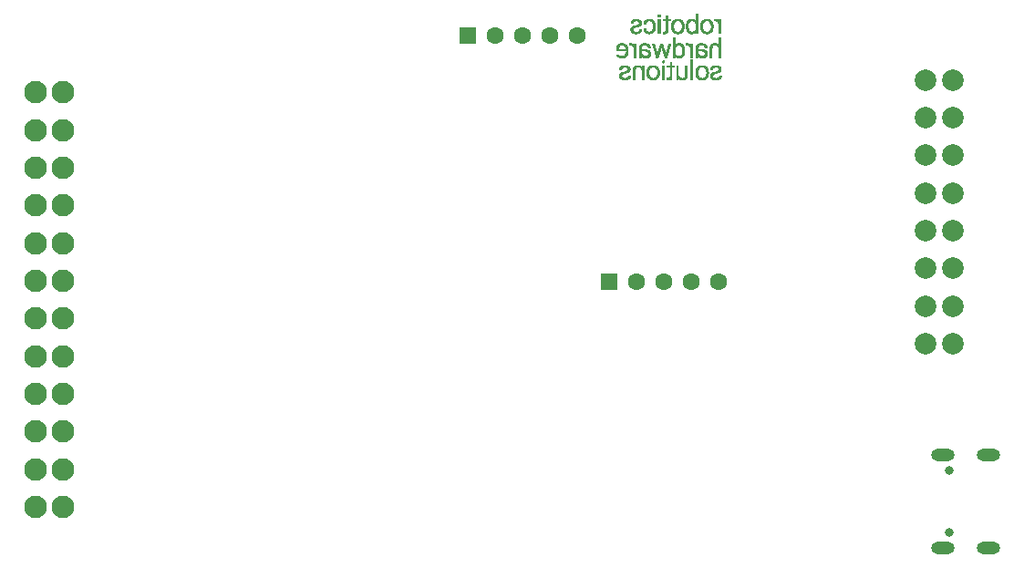
<source format=gbs>
G04*
G04 #@! TF.GenerationSoftware,Altium Limited,Altium Designer,24.4.1 (13)*
G04*
G04 Layer_Color=16711935*
%FSLAX25Y25*%
%MOIN*%
G70*
G04*
G04 #@! TF.SameCoordinates,E746E4B7-F6AA-4F53-916A-F77BCC048612*
G04*
G04*
G04 #@! TF.FilePolarity,Negative*
G04*
G01*
G75*
%ADD17C,0.00100*%
%ADD107R,0.06299X0.06299*%
%ADD108C,0.06299*%
%ADD109C,0.08268*%
%ADD110C,0.07874*%
%ADD111O,0.08661X0.04528*%
%ADD112C,0.03150*%
D17*
X252627Y-27473D02*
X253227D01*
X267827Y-15473D02*
X268227D01*
X264627D02*
X265127D01*
X267527Y-15573D02*
X268627D01*
X269327D02*
X270027D01*
X264127D02*
X265627D01*
X269327Y-15673D02*
X270027D01*
X267527D02*
X268827D01*
X263927D02*
X265927D01*
X267527Y-15773D02*
X269027D01*
X269327D02*
X270027D01*
X263727D02*
X266127D01*
X267527Y-15873D02*
X269127D01*
X269327D02*
X270027D01*
X263527D02*
X266227D01*
X269327Y-15973D02*
X270027D01*
X267527D02*
X269227D01*
X263427D02*
X266327D01*
X269327Y-16073D02*
X270027D01*
X267527D02*
X269227D01*
X265227D02*
X266427D01*
X263327D02*
X264627D01*
X265527Y-16173D02*
X266527D01*
X268427D02*
X270027D01*
X263227D02*
X264327D01*
X268627Y-16273D02*
X270027D01*
X260927Y-13473D02*
X261527D01*
X260927Y-13573D02*
X261527D01*
X260927Y-13673D02*
X261527D01*
X260927Y-13773D02*
X261527D01*
X260927Y-13873D02*
X261527D01*
X260927Y-13973D02*
X261527D01*
X260927Y-14073D02*
X261527D01*
X260927Y-14173D02*
X261527D01*
X260927Y-14273D02*
X261527D01*
X260927Y-14373D02*
X261527D01*
X260927Y-14473D02*
X261527D01*
X260927Y-14573D02*
X261527D01*
X260927Y-14673D02*
X261527D01*
X260927Y-14773D02*
X261527D01*
X260927Y-14873D02*
X261527D01*
X260927Y-14973D02*
X261527D01*
X260927Y-15073D02*
X261527D01*
X260927Y-15173D02*
X261527D01*
X260927Y-15273D02*
X261527D01*
X260927Y-15373D02*
X261527D01*
X260927Y-15473D02*
X261527D01*
X260927Y-15573D02*
X261527D01*
X258727D02*
X260127D01*
X260927Y-15673D02*
X261527D01*
X260927Y-15773D02*
X261527D01*
X258327D02*
X260527D01*
X260927Y-15873D02*
X261527D01*
X260927Y-15973D02*
X261527D01*
X260927Y-16073D02*
X261527D01*
X259727D02*
X260827D01*
X260127Y-16173D02*
X261527D01*
X269127Y-16673D02*
X270027D01*
X269227Y-16873D02*
X270027D01*
X269227Y-16973D02*
X270027D01*
X269327Y-17073D02*
X270027D01*
X269327Y-17173D02*
X270027D01*
X269327Y-17273D02*
X270027D01*
X269327Y-17373D02*
X270027D01*
X269327Y-17473D02*
X270027D01*
X269327Y-17573D02*
X270027D01*
X269327Y-17673D02*
X270027D01*
X269327Y-17773D02*
X270027D01*
X269327Y-17873D02*
X270027D01*
X269327Y-17973D02*
X270027D01*
X269327Y-18073D02*
X270027D01*
X269327Y-18173D02*
X270027D01*
X269327Y-18273D02*
X270027D01*
X269327Y-18373D02*
X270027D01*
X269327Y-18473D02*
X270027D01*
X269327Y-18573D02*
X270027D01*
X269327Y-18673D02*
X270027D01*
X269327Y-18773D02*
X270027D01*
X269327Y-18873D02*
X270027D01*
X269327Y-18973D02*
X270027D01*
X269327Y-19073D02*
X270027D01*
X269327Y-19173D02*
X270027D01*
X269327Y-19273D02*
X270027D01*
X269327Y-19373D02*
X270027D01*
X268827Y-16373D02*
X270027D01*
X268927Y-16473D02*
X270027D01*
X269027Y-16573D02*
X270027D01*
X266127Y-16673D02*
X266927D01*
X269127Y-16773D02*
X270027D01*
X266127D02*
X266927D01*
X266227Y-16873D02*
X267027D01*
X266327Y-16973D02*
X267027D01*
X266327Y-17073D02*
X267027D01*
X266427Y-17173D02*
X267127D01*
X266427Y-17273D02*
X267127D01*
X266427Y-17373D02*
X267127D01*
X266427Y-17473D02*
X267127D01*
X266527Y-17573D02*
X267127D01*
X266527Y-17673D02*
X267227D01*
X266527Y-17773D02*
X267227D01*
X266527Y-17873D02*
X267227D01*
X266527Y-17973D02*
X267227D01*
X266527Y-18073D02*
X267227D01*
X266527Y-18173D02*
X267227D01*
X266527Y-18273D02*
X267227D01*
X266527Y-18373D02*
X267227D01*
X266527Y-18473D02*
X267227D01*
X266527Y-18573D02*
X267227D01*
X266527Y-18673D02*
X267127D01*
X266427Y-18773D02*
X267127D01*
X266427Y-18873D02*
X267127D01*
X266427Y-18973D02*
X267127D01*
X266427Y-19073D02*
X267127D01*
X266327Y-19173D02*
X267027D01*
X266327Y-19273D02*
X267027D01*
X266227Y-19373D02*
X267027D01*
X269327Y-19473D02*
X270027D01*
X269327Y-19573D02*
X270027D01*
X269327Y-19673D02*
X270027D01*
X269327Y-19773D02*
X270027D01*
X269327Y-19873D02*
X270027D01*
X269327Y-19973D02*
X270027D01*
X269327Y-20073D02*
X270027D01*
X269327Y-20173D02*
X270027D01*
X269327Y-20273D02*
X270027D01*
X269327Y-20373D02*
X270027D01*
X269327Y-20473D02*
X270027D01*
X269327Y-20573D02*
X270027D01*
X269327Y-20673D02*
X270027D01*
X269327Y-22373D02*
X270027D01*
X269327Y-22473D02*
X270027D01*
X269327Y-22573D02*
X270027D01*
X269327Y-22673D02*
X270027D01*
X269327Y-22773D02*
X270027D01*
X269327Y-22873D02*
X270027D01*
X269327Y-22973D02*
X270027D01*
X269327Y-23073D02*
X270027D01*
X269327Y-23173D02*
X270027D01*
X269327Y-23273D02*
X270027D01*
X269327Y-23573D02*
X270027D01*
X269327Y-23973D02*
X270027D01*
X269327Y-24073D02*
X270027D01*
X269327Y-24173D02*
X270027D01*
X269327Y-24273D02*
X270027D01*
X269327Y-24373D02*
X270027D01*
X269327Y-24573D02*
X270027D01*
X269327Y-24673D02*
X270027D01*
X269327Y-24873D02*
X270027D01*
X266227Y-19473D02*
X266927D01*
X266127Y-19573D02*
X266927D01*
X269327Y-23373D02*
X270027D01*
X269327Y-23473D02*
X270027D01*
X269327Y-23673D02*
X270027D01*
X269327Y-23773D02*
X270027D01*
X269327Y-23873D02*
X270027D01*
X267227Y-24373D02*
X268227D01*
X269327Y-24473D02*
X270027D01*
X266927D02*
X268527D01*
X266727Y-24573D02*
X268727D01*
X266627Y-24673D02*
X268927D01*
X269327Y-24773D02*
X270027D01*
X266527D02*
X269027D01*
X266427Y-24873D02*
X269127D01*
X269327Y-24973D02*
X270027D01*
X266327D02*
X267527D01*
X268227D02*
X269227D01*
X266327Y-25073D02*
X267227D01*
X268527D02*
X270027D01*
X266227Y-25173D02*
X267127D01*
X268627D02*
X270027D01*
X268827Y-25273D02*
X270027D01*
X266227D02*
X267027D01*
X268927Y-25373D02*
X270027D01*
X266227D02*
X266927D01*
X269027Y-25473D02*
X270027D01*
X266227D02*
X266927D01*
X269027Y-25573D02*
X270027D01*
X269127Y-25673D02*
X270027D01*
X269227Y-25773D02*
X270027D01*
X269227Y-25873D02*
X270027D01*
X265727Y-16273D02*
X266627D01*
X263127D02*
X264127D01*
X265827Y-16373D02*
X266727D01*
X263027D02*
X263927D01*
X265927Y-16473D02*
X266827D01*
X263027D02*
X263827D01*
X266027Y-16573D02*
X266827D01*
X262927D02*
X263727D01*
X262927Y-16673D02*
X263727D01*
X262827Y-16773D02*
X263627D01*
X262827Y-16873D02*
X263527D01*
X262727Y-16973D02*
X263527D01*
X262727Y-17073D02*
X263427D01*
X262727Y-17173D02*
X263427D01*
X262727Y-17273D02*
X263427D01*
X262627Y-17373D02*
X263327D01*
X262627Y-17473D02*
X263327D01*
X262627Y-17573D02*
X263327D01*
X262627Y-17673D02*
X263327D01*
X262627Y-17973D02*
X263227D01*
X262627Y-18073D02*
X263227D01*
X262627Y-18173D02*
X263227D01*
X262627Y-18273D02*
X263227D01*
X262627Y-18373D02*
X263227D01*
X262627Y-18473D02*
X263227D01*
X262627Y-18573D02*
X263327D01*
X262627Y-18673D02*
X263327D01*
X262627Y-18773D02*
X263327D01*
X262627Y-18873D02*
X263327D01*
X262727Y-18973D02*
X263327D01*
X262727Y-19073D02*
X263427D01*
X262727Y-19173D02*
X263427D01*
X260327Y-16273D02*
X261527D01*
X260427Y-16373D02*
X261527D01*
X260527Y-16473D02*
X261527D01*
X260627Y-16573D02*
X261527D01*
X260727Y-16673D02*
X261527D01*
X260727Y-16773D02*
X261527D01*
X260827Y-16873D02*
X261527D01*
X260827Y-16973D02*
X261527D01*
X260927Y-17073D02*
X261527D01*
X260927Y-17173D02*
X261527D01*
X260927Y-17273D02*
X261527D01*
X260927Y-17373D02*
X261527D01*
X260927Y-17473D02*
X261527D01*
X260927Y-17573D02*
X261527D01*
X260927Y-17673D02*
X261527D01*
X262627Y-17773D02*
X263227D01*
X260927D02*
X261527D01*
X262627Y-17873D02*
X263227D01*
X260927D02*
X261527D01*
X260927Y-17973D02*
X261527D01*
X260927Y-18073D02*
X261527D01*
X260927Y-18173D02*
X261527D01*
X260927Y-18273D02*
X261527D01*
X260927Y-18373D02*
X261527D01*
X260927Y-18473D02*
X261527D01*
X260927Y-18573D02*
X261527D01*
X260927Y-18673D02*
X261527D01*
X260927Y-18773D02*
X261527D01*
X260927Y-18873D02*
X261527D01*
X260927Y-18973D02*
X261527D01*
X260927Y-19073D02*
X261527D01*
X260927Y-19173D02*
X261527D01*
X262827Y-19473D02*
X263627D01*
X262927Y-19573D02*
X263627D01*
X266027Y-19673D02*
X266827D01*
X262927D02*
X263727D01*
X265927Y-19773D02*
X266827D01*
X263027D02*
X263827D01*
X265827Y-19873D02*
X266727D01*
X263027D02*
X263927D01*
X265727Y-19973D02*
X266627D01*
X263127D02*
X264127D01*
X265527Y-20073D02*
X266627D01*
X263227D02*
X264227D01*
X265227Y-20173D02*
X266527D01*
X263327D02*
X264527D01*
X263427Y-20273D02*
X266427D01*
X263527Y-20373D02*
X266227D01*
X263727Y-20473D02*
X266127D01*
X263827Y-20573D02*
X265927D01*
X264127Y-20673D02*
X265727D01*
X264527Y-20773D02*
X265227D01*
X263427Y-24973D02*
X264527D01*
X263727Y-25073D02*
X264627D01*
X263827Y-25173D02*
X264727D01*
X263927Y-25273D02*
X264827D01*
X264027Y-25373D02*
X264827D01*
X264127Y-25473D02*
X264827D01*
X264227Y-25573D02*
X264927D01*
X266127D02*
X266827D01*
X264227Y-25673D02*
X264927D01*
X266127D02*
X266827D01*
X266127Y-25773D02*
X266827D01*
X264227D02*
X264927D01*
X262727Y-19273D02*
X263527D01*
X260927D02*
X261527D01*
X262827Y-19373D02*
X263527D01*
X260827D02*
X261527D01*
X260827Y-19473D02*
X261527D01*
X260727Y-19573D02*
X261527D01*
X260627Y-19673D02*
X261527D01*
X260527Y-19773D02*
X261527D01*
X260427Y-19873D02*
X261527D01*
X260327Y-19973D02*
X261527D01*
X260127Y-20073D02*
X261527D01*
X259827Y-20173D02*
X261527D01*
X260927Y-20273D02*
X261527D01*
X260927Y-20373D02*
X261527D01*
X260927Y-20473D02*
X261527D01*
X260927Y-20573D02*
X261527D01*
X260927Y-20673D02*
X261527D01*
X262427Y-24373D02*
X263427D01*
X262027Y-24473D02*
X263827D01*
X261827Y-24573D02*
X264027D01*
X261627Y-24673D02*
X264227D01*
X261527Y-24773D02*
X264327D01*
X261427Y-24873D02*
X264427D01*
X261327Y-24973D02*
X262427D01*
X261327Y-25073D02*
X262227D01*
X261227Y-25173D02*
X262127D01*
X261227Y-25273D02*
X261927D01*
X261127Y-25373D02*
X261927D01*
X261127Y-25473D02*
X261827D01*
X261127Y-25573D02*
X261827D01*
X261027Y-25673D02*
X261727D01*
X261027Y-25773D02*
X261727D01*
X258127Y-15873D02*
X260627D01*
X258027Y-15973D02*
X260727D01*
X259127Y-15473D02*
X259627D01*
X258427Y-15673D02*
X260327D01*
X258027Y-16073D02*
X259227D01*
X257927Y-16173D02*
X258927D01*
X257827Y-16273D02*
X258727D01*
X257727Y-16373D02*
X258627D01*
X257727Y-16473D02*
X258527D01*
X257627Y-16673D02*
X258427D01*
X257627Y-16573D02*
X258427D01*
X257627Y-16773D02*
X258327D01*
X257527Y-16873D02*
X258327D01*
X257527Y-16973D02*
X258227D01*
X257527Y-17073D02*
X258227D01*
X257527Y-17173D02*
X258127D01*
X257427Y-17273D02*
X258127D01*
X257427Y-17373D02*
X258127D01*
X257427Y-17473D02*
X258127D01*
X257427Y-17573D02*
X258127D01*
X257427Y-17673D02*
X258127D01*
X257427Y-17773D02*
X258027D01*
X255927Y-17673D02*
X256527D01*
X255927Y-17773D02*
X256527D01*
X255927Y-17873D02*
X256527D01*
X255827Y-17273D02*
X256527D01*
X255827Y-17373D02*
X256527D01*
X255827Y-17473D02*
X256527D01*
X255827Y-17573D02*
X256527D01*
X255727Y-17073D02*
X256427D01*
X255727Y-17173D02*
X256427D01*
X255627Y-16973D02*
X256427D01*
X257627Y-19473D02*
X258327D01*
X257527Y-19373D02*
X258327D01*
X257527Y-19173D02*
X258227D01*
X257527Y-19073D02*
X258227D01*
X257527Y-19273D02*
X258227D01*
X257427Y-18673D02*
X258127D01*
X257427Y-18873D02*
X258127D01*
X257427Y-18773D02*
X258127D01*
X257427Y-18973D02*
X258127D01*
X257427Y-18573D02*
X258127D01*
X257427Y-17873D02*
X258027D01*
X257427Y-17973D02*
X258027D01*
X257427Y-18173D02*
X258027D01*
X257427Y-18373D02*
X258027D01*
X257427Y-18073D02*
X258027D01*
X257427Y-18273D02*
X258027D01*
X257427Y-18473D02*
X258027D01*
X255927Y-17973D02*
X256627D01*
X255927Y-18073D02*
X256627D01*
X255927Y-18273D02*
X256627D01*
X255927Y-18173D02*
X256627D01*
X255927Y-18373D02*
X256527D01*
X255927Y-18573D02*
X256527D01*
X255927Y-18673D02*
X256527D01*
X255927Y-18473D02*
X256527D01*
X255827Y-18873D02*
X256527D01*
X255827Y-18973D02*
X256527D01*
X255827Y-18773D02*
X256527D01*
X255727Y-19073D02*
X256527D01*
X255727Y-19173D02*
X256427D01*
X255727Y-19273D02*
X256427D01*
X255627Y-19373D02*
X256427D01*
X255627Y-16873D02*
X256327D01*
X255527Y-16673D02*
X256327D01*
X255527Y-16773D02*
X256327D01*
X255427Y-16573D02*
X256227D01*
X255327Y-16473D02*
X256127D01*
X255227Y-16373D02*
X256127D01*
X255027Y-16273D02*
X256027D01*
X254927Y-16173D02*
X255927D01*
X254527Y-16073D02*
X255827D01*
X254027Y-15473D02*
X254527D01*
X253527Y-15573D02*
X255027D01*
X253227Y-15673D02*
X255327D01*
X253127Y-15773D02*
X255427D01*
X252927Y-15873D02*
X255627D01*
X252827Y-15973D02*
X255727D01*
X252727Y-16073D02*
X254027D01*
X252627Y-16173D02*
X253727D01*
X252527Y-16273D02*
X253527D01*
X252427Y-16373D02*
X253327D01*
X252427Y-16473D02*
X253227D01*
X252327Y-16573D02*
X253127D01*
X252227Y-16673D02*
X253027D01*
X252227Y-16773D02*
X253027D01*
X252227Y-16873D02*
X252927D01*
X252127Y-16973D02*
X252927D01*
X252127Y-17073D02*
X252827D01*
X252127Y-17173D02*
X252827D01*
X249927Y-14273D02*
X250627D01*
X249927Y-14373D02*
X250627D01*
X249927Y-15073D02*
X250627D01*
X249927Y-16173D02*
X250627D01*
X249927Y-16473D02*
X250627D01*
X252227Y-19473D02*
X253027D01*
X252227Y-19373D02*
X252927D01*
X252127Y-19173D02*
X252827D01*
X252127Y-19273D02*
X252827D01*
X252127Y-19073D02*
X252827D01*
X252027Y-17273D02*
X252727D01*
X252027Y-18873D02*
X252727D01*
X252027Y-18673D02*
X252727D01*
X252027Y-18973D02*
X252727D01*
X252027Y-17473D02*
X252727D01*
X252027Y-17373D02*
X252727D01*
X252027Y-17573D02*
X252727D01*
X252027Y-18773D02*
X252727D01*
X252027Y-18173D02*
X252627D01*
X252027Y-17873D02*
X252627D01*
X252027Y-18373D02*
X252627D01*
X252027Y-18073D02*
X252627D01*
X252027Y-17773D02*
X252627D01*
X252027Y-17673D02*
X252627D01*
X252027Y-18573D02*
X252627D01*
X252027Y-17973D02*
X252627D01*
X252027Y-18473D02*
X252627D01*
X252027Y-18273D02*
X252627D01*
X249927Y-17273D02*
X250627D01*
X249927Y-17873D02*
X250627D01*
X249927Y-17373D02*
X250627D01*
X249927Y-17973D02*
X250627D01*
X249927Y-18373D02*
X250627D01*
X249927Y-18173D02*
X250627D01*
X249927Y-18673D02*
X250627D01*
X249927Y-18073D02*
X250627D01*
X249927Y-18273D02*
X250627D01*
X258027Y-20273D02*
X260827D01*
X258127Y-20373D02*
X260727D01*
X258327Y-20473D02*
X260527D01*
X258427Y-20573D02*
X260427D01*
X259127Y-20773D02*
X259727D01*
X258627Y-20673D02*
X260127D01*
X259027Y-24473D02*
X259627D01*
X259027Y-24573D02*
X259627D01*
X258027Y-20173D02*
X259227D01*
X257927Y-20073D02*
X258927D01*
X257827Y-19973D02*
X258727D01*
X257727Y-19873D02*
X258627D01*
X257727Y-19773D02*
X258527D01*
X257627Y-19573D02*
X258427D01*
X257627Y-19673D02*
X258427D01*
X257227Y-24573D02*
X258527D01*
X257227Y-24473D02*
X258427D01*
X257227Y-24373D02*
X258127D01*
X255527Y-19573D02*
X256327D01*
X255527Y-19473D02*
X256327D01*
X255427Y-19673D02*
X256227D01*
X255327Y-19773D02*
X256227D01*
X255227Y-19873D02*
X256127D01*
X255127Y-19973D02*
X256027D01*
X254927Y-20073D02*
X255927D01*
X254627Y-20173D02*
X255827D01*
X254327Y-24373D02*
X255227D01*
X253927Y-24473D02*
X255527D01*
X252927Y-20373D02*
X255627D01*
X253027Y-20473D02*
X255527D01*
X253227Y-20573D02*
X255327D01*
X253927Y-20773D02*
X254627D01*
X259027Y-24673D02*
X259627D01*
X259027Y-24773D02*
X259627D01*
X259027Y-24973D02*
X259627D01*
X259027Y-24873D02*
X259627D01*
X258927Y-25873D02*
X259627D01*
X258927Y-25773D02*
X259627D01*
X258827Y-25673D02*
X259627D01*
X258827Y-25573D02*
X259627D01*
X258727Y-25473D02*
X259627D01*
X258627Y-25373D02*
X259627D01*
X258527Y-25273D02*
X259627D01*
X258427Y-25173D02*
X259627D01*
X258227Y-25073D02*
X259627D01*
X257827Y-24973D02*
X258927D01*
X257227Y-24873D02*
X258927D01*
X257227Y-24773D02*
X258827D01*
X257227Y-24673D02*
X258727D01*
X257227Y-24973D02*
X257527D01*
X255927Y-25773D02*
X256627D01*
X255927Y-25873D02*
X256627D01*
X255827Y-25673D02*
X256627D01*
X255827Y-25573D02*
X256527D01*
X255727Y-25473D02*
X256527D01*
X255627Y-25373D02*
X256427D01*
X255527Y-25273D02*
X256427D01*
X255427Y-25173D02*
X256327D01*
X255327Y-25073D02*
X256327D01*
X255027Y-24973D02*
X256227D01*
X253627Y-24673D02*
X255927D01*
X253527Y-24773D02*
X256027D01*
X253427Y-24873D02*
X256127D01*
X253727Y-24573D02*
X255727D01*
X253527Y-20673D02*
X255027D01*
X252827Y-20273D02*
X255727D01*
X252727Y-20173D02*
X253927D01*
X252627Y-20073D02*
X253627D01*
X252527Y-19973D02*
X253427D01*
X252627Y-23873D02*
X253227D01*
X252627Y-23673D02*
X253227D01*
X252627Y-23573D02*
X253227D01*
X252627Y-23973D02*
X253227D01*
X252627Y-23273D02*
X253227D01*
X252627Y-22873D02*
X253227D01*
X252627Y-24073D02*
X253227D01*
X252627Y-22773D02*
X253227D01*
X252627Y-22673D02*
X253227D01*
X252627Y-22573D02*
X253227D01*
X252627Y-22473D02*
X253227D01*
X252627Y-23773D02*
X253227D01*
X252627Y-23373D02*
X253227D01*
X252627Y-22373D02*
X253227D01*
X252627Y-23473D02*
X253227D01*
X252627Y-24173D02*
X253227D01*
X252627Y-22973D02*
X253227D01*
X252627Y-23073D02*
X253227D01*
X252627Y-23173D02*
X253227D01*
X252627Y-24273D02*
X253227D01*
X252427Y-19873D02*
X253327D01*
X252327Y-19773D02*
X253227D01*
X252327Y-19673D02*
X253127D01*
X252227Y-19573D02*
X253027D01*
X249927Y-19673D02*
X250627D01*
X249927Y-19773D02*
X250627D01*
X249927Y-19873D02*
X250627D01*
X253327Y-24973D02*
X254227D01*
X252627Y-25073D02*
X254027D01*
X252627Y-25173D02*
X253827D01*
X252627Y-25273D02*
X253727D01*
X252627Y-25373D02*
X253627D01*
X252627Y-25473D02*
X253527D01*
X252627Y-25673D02*
X253427D01*
X252627Y-25573D02*
X253427D01*
X252627Y-25773D02*
X253327D01*
X252627Y-25873D02*
X253327D01*
X252627Y-24873D02*
X253227D01*
X252627Y-24473D02*
X253227D01*
X252627Y-24673D02*
X253227D01*
X252627Y-24773D02*
X253227D01*
X252627Y-24973D02*
X253227D01*
X252627Y-24373D02*
X253227D01*
X252627Y-24573D02*
X253227D01*
X251027Y-24473D02*
X251727D01*
X250927Y-24773D02*
X251627D01*
X250927Y-24673D02*
X251627D01*
X250927Y-24573D02*
X251627D01*
X250927Y-24873D02*
X251627D01*
X250827Y-24973D02*
X251527D01*
X250827Y-25073D02*
X251527D01*
X250827Y-25173D02*
X251527D01*
X250827Y-25273D02*
X251427D01*
X250727Y-25473D02*
X251427D01*
X250727Y-25373D02*
X251427D01*
X250727Y-25573D02*
X251427D01*
X250627Y-25673D02*
X251327D01*
X250627Y-25773D02*
X251327D01*
X250627Y-25873D02*
X251327D01*
X266127D02*
X266827D01*
X269327Y-25973D02*
X270027D01*
X266127D02*
X266727D01*
X269327Y-26073D02*
X270027D01*
X266127D02*
X266727D01*
X269327Y-26173D02*
X270027D01*
X269327Y-26273D02*
X270027D01*
X269327Y-26373D02*
X270027D01*
X269327Y-26473D02*
X270027D01*
X269327Y-26573D02*
X270027D01*
X269327Y-26673D02*
X270027D01*
X269327Y-26773D02*
X270027D01*
X266127D02*
X266727D01*
X269327Y-26873D02*
X270027D01*
X269327Y-26973D02*
X270027D01*
X266127D02*
X266727D01*
X269327Y-27073D02*
X270027D01*
X269327Y-27173D02*
X270027D01*
X269327Y-27273D02*
X270027D01*
X266127D02*
X266727D01*
X269327Y-27373D02*
X270027D01*
X269327Y-27473D02*
X270027D01*
X269327Y-27573D02*
X270027D01*
X266127D02*
X266727D01*
X269327Y-27673D02*
X270027D01*
X266127D02*
X266727D01*
X269327Y-27773D02*
X270027D01*
X269327Y-27873D02*
X270027D01*
X269327Y-27973D02*
X270027D01*
X269327Y-28073D02*
X270027D01*
X269327Y-28173D02*
X270027D01*
X269327Y-28273D02*
X270027D01*
X264227Y-25873D02*
X264927D01*
X266127Y-26173D02*
X266727D01*
X266127Y-26273D02*
X266727D01*
X266127Y-26373D02*
X266727D01*
X266127Y-26473D02*
X266727D01*
X266127Y-26573D02*
X266727D01*
X266127Y-26673D02*
X266727D01*
X266127Y-26873D02*
X266727D01*
X266127Y-27073D02*
X266727D01*
X262927D02*
X264527D01*
X266127Y-27173D02*
X266727D01*
X263427D02*
X264627D01*
X263727Y-27273D02*
X264727D01*
X266127Y-27373D02*
X266727D01*
X263927D02*
X264827D01*
X266127Y-27473D02*
X266727D01*
X264027D02*
X264927D01*
X264127Y-27573D02*
X264927D01*
X264227Y-27673D02*
X264927D01*
X266127Y-27773D02*
X266727D01*
X264327D02*
X265027D01*
X266127Y-27873D02*
X266727D01*
X264327D02*
X265027D01*
X266127Y-27973D02*
X266727D01*
X264327D02*
X265027D01*
X266127Y-28073D02*
X266727D01*
X264327D02*
X265027D01*
X266127Y-28173D02*
X266727D01*
X264327D02*
X265027D01*
X266127Y-28273D02*
X266727D01*
X264327D02*
X265027D01*
X266127Y-28373D02*
X266727D01*
X269327D02*
X270027D01*
X269327Y-28473D02*
X270027D01*
X269327Y-28573D02*
X270027D01*
X269327Y-28673D02*
X270027D01*
X269327Y-28773D02*
X270027D01*
X269327Y-28873D02*
X270027D01*
X269327Y-28973D02*
X270027D01*
X269327Y-29073D02*
X270027D01*
X269327Y-29173D02*
X270027D01*
X269327Y-29273D02*
X270027D01*
X269327Y-29373D02*
X270027D01*
X269327Y-29473D02*
X270027D01*
X267527Y-32473D02*
X269027D01*
X267227Y-32573D02*
X269327D01*
X267027Y-32673D02*
X269427D01*
X266927Y-32773D02*
X269627D01*
X266727Y-32873D02*
X269727D01*
X268527Y-32973D02*
X269827D01*
X266727D02*
X268027D01*
X268927Y-33073D02*
X269927D01*
X266627D02*
X267627D01*
X269027Y-33173D02*
X269927D01*
X266527D02*
X267527D01*
X269227Y-33273D02*
X270027D01*
X266527D02*
X267327D01*
X269327Y-33373D02*
X270027D01*
X266427D02*
X267227D01*
X269327Y-33473D02*
X270027D01*
X266427D02*
X267127D01*
X269427Y-33573D02*
X270127D01*
X266427D02*
X267127D01*
X269427Y-33673D02*
X270127D01*
X264327Y-28373D02*
X265027D01*
X266127Y-28473D02*
X266727D01*
X264327D02*
X265027D01*
X266127Y-28573D02*
X266727D01*
X264227D02*
X265027D01*
X266127Y-28673D02*
X266727D01*
X264127D02*
X264927D01*
X266127Y-28773D02*
X266727D01*
X264027D02*
X264927D01*
X266127Y-28873D02*
X266727D01*
X263927D02*
X264927D01*
X266127Y-28973D02*
X266727D01*
X263727D02*
X264827D01*
X266127Y-29073D02*
X266727D01*
X261827D02*
X264727D01*
X266127Y-29173D02*
X266727D01*
X261927D02*
X264627D01*
X266127Y-29273D02*
X266727D01*
X262027D02*
X264527D01*
X266127Y-29373D02*
X266727D01*
X262227D02*
X264427D01*
X266127Y-29473D02*
X266727D01*
X262427D02*
X264227D01*
X262727Y-29573D02*
X264027D01*
X263427Y-32973D02*
X264727D01*
X263727Y-33073D02*
X264827D01*
X263927Y-33173D02*
X264927D01*
X264127Y-33273D02*
X265027D01*
X264227Y-33373D02*
X265027D01*
X264327Y-33473D02*
X265127D01*
X264427Y-33573D02*
X265227D01*
X264427Y-33673D02*
X265227D01*
X261027Y-25873D02*
X261727D01*
X261027Y-25973D02*
X261727D01*
X261027Y-26073D02*
X261727D01*
X261027Y-26173D02*
X261727D01*
X261027Y-26273D02*
X261727D01*
X261027Y-26373D02*
X261727D01*
X261027Y-26473D02*
X261727D01*
X261027Y-26573D02*
X263327D01*
X261027Y-26673D02*
X263827D01*
X261027Y-26773D02*
X264127D01*
X261027Y-26873D02*
X264327D01*
X261027Y-26973D02*
X264427D01*
X261027Y-27073D02*
X261727D01*
X261027Y-27173D02*
X261727D01*
X261027Y-27273D02*
X261727D01*
X261027Y-27373D02*
X261727D01*
X261027Y-27473D02*
X261727D01*
X261027Y-27573D02*
X261727D01*
X261027Y-27673D02*
X261727D01*
X261027Y-27773D02*
X261727D01*
X261027Y-27873D02*
X261727D01*
X261027Y-27973D02*
X261727D01*
X261027Y-28073D02*
X261727D01*
X261027Y-28173D02*
X261727D01*
X261027Y-28273D02*
X261827D01*
X261027Y-28373D02*
X261927D01*
X261027Y-28473D02*
X261927D01*
X261027Y-28573D02*
X262027D01*
X261027Y-28673D02*
X262227D01*
X261027Y-28773D02*
X262327D01*
X261027Y-28873D02*
X262527D01*
X261027Y-28973D02*
X262727D01*
X258927Y-25973D02*
X259627D01*
X259027Y-26073D02*
X259627D01*
X259027Y-26173D02*
X259627D01*
X259027Y-26273D02*
X259627D01*
X259027Y-26373D02*
X259627D01*
X259027Y-26473D02*
X259627D01*
X259027Y-26573D02*
X259627D01*
X259027Y-26673D02*
X259627D01*
X259027Y-26773D02*
X259627D01*
X259027Y-26873D02*
X259627D01*
X259027Y-26973D02*
X259627D01*
X259027Y-27073D02*
X259627D01*
X259027Y-27173D02*
X259627D01*
X259027Y-27273D02*
X259627D01*
X259027Y-27373D02*
X259627D01*
X259027Y-27473D02*
X259627D01*
X259027Y-27573D02*
X259627D01*
X259027Y-27673D02*
X259627D01*
X259027Y-27773D02*
X259627D01*
X259027Y-27873D02*
X259627D01*
X259027Y-27973D02*
X259627D01*
X259027Y-28073D02*
X259627D01*
X259027Y-28173D02*
X259627D01*
X259027Y-28273D02*
X259627D01*
X259027Y-28373D02*
X259627D01*
X259027Y-28473D02*
X259627D01*
X259027Y-28573D02*
X259627D01*
X259027Y-28673D02*
X259627D01*
X259027Y-28773D02*
X259627D01*
X259027Y-28873D02*
X259627D01*
X259027Y-28973D02*
X259627D01*
X259027Y-29073D02*
X259627D01*
X261027D02*
X261727D01*
X260927Y-29173D02*
X261627D01*
X260927Y-29273D02*
X261627D01*
X260927Y-29373D02*
X261627D01*
X260927Y-29473D02*
X261627D01*
X259127Y-30773D02*
X259727D01*
X259127Y-30873D02*
X259727D01*
X259127Y-30973D02*
X259727D01*
X259127Y-31073D02*
X259727D01*
X259127Y-31173D02*
X259727D01*
X259127Y-31273D02*
X259727D01*
X259127Y-31373D02*
X259727D01*
X259127Y-31473D02*
X259727D01*
X259127Y-31573D02*
X259727D01*
X259127Y-31773D02*
X259727D01*
X259127Y-31873D02*
X259727D01*
X259127Y-32173D02*
X259727D01*
X262427Y-32473D02*
X263927D01*
X262227Y-32573D02*
X264127D01*
X262027Y-32673D02*
X264327D01*
X261827Y-32773D02*
X264527D01*
X261727Y-32873D02*
X264627D01*
X261627Y-32973D02*
X262927D01*
X259127D02*
X259727D01*
X261527Y-33073D02*
X262627D01*
X261427Y-33173D02*
X262427D01*
X261327Y-33273D02*
X262227D01*
X261327Y-33373D02*
X262127D01*
X259127D02*
X259727D01*
X261227Y-33473D02*
X262027D01*
X261227Y-33573D02*
X262027D01*
X261127Y-33673D02*
X261927D01*
X259027Y-29173D02*
X259627D01*
X259027Y-29273D02*
X259627D01*
X259027Y-29373D02*
X259627D01*
X259027Y-29473D02*
X259627D01*
X259127Y-30373D02*
X259727D01*
X259127Y-30473D02*
X259727D01*
X259127Y-30573D02*
X259727D01*
X259127Y-30673D02*
X259727D01*
X259127Y-31673D02*
X259727D01*
X259127Y-31973D02*
X259727D01*
X259127Y-32073D02*
X259727D01*
X259127Y-32273D02*
X259727D01*
X259127Y-32373D02*
X259727D01*
X259127Y-32473D02*
X259727D01*
X257027D02*
X257727D01*
X259127Y-32573D02*
X259727D01*
X257027D02*
X257727D01*
X259127Y-32673D02*
X259727D01*
X259127Y-32773D02*
X259727D01*
X259127Y-32873D02*
X259727D01*
X257027D02*
X257727D01*
X257027Y-32973D02*
X257727D01*
X259127Y-33073D02*
X259727D01*
X257027D02*
X257727D01*
X259127Y-33173D02*
X259727D01*
X257027D02*
X257727D01*
X259127Y-33273D02*
X259727D01*
X257027D02*
X257727D01*
X257027Y-33373D02*
X257727D01*
X259127Y-33473D02*
X259727D01*
X257027D02*
X257727D01*
X259127Y-33573D02*
X259727D01*
X269427Y-33773D02*
X270127D01*
X269427Y-33873D02*
X270127D01*
X269427Y-33973D02*
X270127D01*
X269327Y-34073D02*
X270027D01*
X269327Y-34173D02*
X270027D01*
X269227Y-34273D02*
X270027D01*
X269027Y-34373D02*
X270027D01*
X268827Y-34473D02*
X269927D01*
X268627Y-34573D02*
X269827D01*
X268227Y-34673D02*
X269727D01*
X267827Y-34773D02*
X269627D01*
X267527Y-34873D02*
X269527D01*
X267227Y-34973D02*
X269327D01*
X269627Y-36173D02*
X270227D01*
X269527Y-36273D02*
X270227D01*
X269527Y-36373D02*
X270227D01*
X269527Y-36473D02*
X270227D01*
X269427Y-36573D02*
X270227D01*
X269427Y-36673D02*
X270127D01*
X269327Y-36773D02*
X270127D01*
X269127Y-36873D02*
X270027D01*
X269027Y-36973D02*
X270027D01*
X268727Y-37073D02*
X269927D01*
X266727Y-37173D02*
X269827D01*
X266827Y-37273D02*
X269727D01*
X267127Y-37473D02*
X269427D01*
X267827Y-37673D02*
X268727D01*
X266327Y-33673D02*
X267027D01*
X266327Y-33773D02*
X267027D01*
X266327Y-33873D02*
X267027D01*
X266327Y-33973D02*
X267027D01*
X264827Y-34773D02*
X265527D01*
X264827Y-34873D02*
X265527D01*
X264827Y-34973D02*
X265527D01*
X267027Y-35073D02*
X269027D01*
X264827D02*
X265527D01*
X266827Y-35173D02*
X268727D01*
X266727Y-35273D02*
X268327D01*
X264827D02*
X265527D01*
X266627Y-35373D02*
X267927D01*
X266527Y-35473D02*
X267627D01*
X266527Y-35573D02*
X267427D01*
X266427Y-35673D02*
X267327D01*
X266427Y-35773D02*
X267227D01*
X266327Y-35873D02*
X267127D01*
X266327Y-35973D02*
X267027D01*
X266327Y-36073D02*
X267027D01*
X266327Y-36173D02*
X267027D01*
X266327Y-36273D02*
X267027D01*
X266327Y-36373D02*
X267027D01*
X266327Y-36473D02*
X267027D01*
X266327Y-36573D02*
X267027D01*
X266427Y-36673D02*
X267127D01*
X266427Y-36773D02*
X267227D01*
X266427Y-36873D02*
X267327D01*
X266527Y-36973D02*
X267527D01*
X266627Y-37073D02*
X267827D01*
X266927Y-37373D02*
X269527D01*
X267327Y-37573D02*
X269127D01*
X264527Y-33773D02*
X265227D01*
X261127D02*
X261827D01*
X264527Y-33873D02*
X265327D01*
X261027D02*
X261827D01*
X264627Y-33973D02*
X265327D01*
X261027D02*
X261727D01*
X264627Y-34073D02*
X265427D01*
X261027D02*
X261727D01*
X264727Y-34173D02*
X265427D01*
X260927D02*
X261627D01*
X264727Y-34273D02*
X265427D01*
X260927D02*
X261627D01*
X264727Y-34373D02*
X265427D01*
X260927D02*
X261627D01*
X264727Y-34473D02*
X265427D01*
X260927D02*
X261627D01*
X264827Y-34573D02*
X265427D01*
X264827Y-34673D02*
X265427D01*
X260927Y-34873D02*
X261527D01*
X260927Y-34973D02*
X261527D01*
X264827Y-35173D02*
X265527D01*
X260927D02*
X261527D01*
X260927Y-35273D02*
X261527D01*
X264827Y-35373D02*
X265427D01*
X260927D02*
X261527D01*
X264827Y-35473D02*
X265427D01*
X264827Y-35573D02*
X265427D01*
X260927D02*
X261627D01*
X264727Y-35673D02*
X265427D01*
X260927D02*
X261627D01*
X264727Y-35773D02*
X265427D01*
X260927D02*
X261627D01*
X259127Y-33673D02*
X259727D01*
X259127Y-33773D02*
X259727D01*
X259127Y-33873D02*
X259727D01*
X259127Y-33973D02*
X259727D01*
X259127Y-34073D02*
X259727D01*
X259127Y-34173D02*
X259727D01*
X259127Y-34273D02*
X259727D01*
X257027D02*
X257727D01*
X259127Y-34373D02*
X259727D01*
X257027D02*
X257727D01*
X259127Y-34473D02*
X259727D01*
X260927Y-34573D02*
X261527D01*
X259127D02*
X259727D01*
X260927Y-34673D02*
X261527D01*
X259127D02*
X259727D01*
X260927Y-34773D02*
X261527D01*
X259127D02*
X259727D01*
X257027D02*
X257727D01*
X259127Y-34873D02*
X259727D01*
X259127Y-34973D02*
X259727D01*
X260927Y-35073D02*
X261527D01*
X259127D02*
X259727D01*
X257027D02*
X257727D01*
X259127Y-35173D02*
X259727D01*
X257027D02*
X257727D01*
X259127Y-35273D02*
X259727D01*
X259127Y-35373D02*
X259727D01*
X257027D02*
X257727D01*
X260927Y-35473D02*
X261527D01*
X259127D02*
X259727D01*
X259127Y-35573D02*
X259727D01*
X259127Y-35673D02*
X259727D01*
X264727Y-35873D02*
X265427D01*
X264727Y-35973D02*
X265427D01*
X264627Y-36073D02*
X265327D01*
X264627Y-36173D02*
X265327D01*
X264527Y-36273D02*
X265327D01*
X264527Y-36373D02*
X265227D01*
X264427Y-36473D02*
X265227D01*
X264327Y-36573D02*
X265127D01*
X264227Y-36673D02*
X265127D01*
X261227D02*
X262127D01*
X264127Y-36773D02*
X265027D01*
X261327D02*
X262227D01*
X261427Y-36873D02*
X262327D01*
X264027D02*
X264927D01*
X261527Y-36973D02*
X262527D01*
X263827D02*
X264827D01*
X263527Y-37073D02*
X264827D01*
X261627D02*
X262827D01*
X261727Y-37173D02*
X264727D01*
X261827Y-37273D02*
X264527D01*
X261927Y-37373D02*
X264427D01*
X262127Y-37473D02*
X264227D01*
X262327Y-37573D02*
X264027D01*
X262827Y-37673D02*
X263627D01*
X259127Y-35773D02*
X259727D01*
X259127Y-35873D02*
X259727D01*
X260927D02*
X261627D01*
X261027Y-35973D02*
X261727D01*
X259127D02*
X259727D01*
X261027Y-36073D02*
X261727D01*
X259127D02*
X259727D01*
X257027D02*
X257727D01*
X257027Y-36173D02*
X257727D01*
X259127D02*
X259727D01*
X261027D02*
X261727D01*
X261127Y-36273D02*
X261827D01*
X259127D02*
X259727D01*
X257027D02*
X257727D01*
X261127Y-36373D02*
X261927D01*
X259127D02*
X259727D01*
X261127Y-36473D02*
X261927D01*
X259127D02*
X259727D01*
X261227Y-36573D02*
X262027D01*
X259127D02*
X259727D01*
X259127Y-36673D02*
X259727D01*
X259127Y-36773D02*
X259727D01*
X259127Y-36873D02*
X259727D01*
X259127Y-36973D02*
X259727D01*
X259127Y-37073D02*
X259727D01*
X259127Y-37173D02*
X259727D01*
X259127Y-37273D02*
X259727D01*
X259127Y-37373D02*
X259727D01*
X259127Y-37473D02*
X259727D01*
X259127Y-37573D02*
X259727D01*
X256127Y-26573D02*
X256727D01*
X256127Y-26673D02*
X256727D01*
X256127Y-26773D02*
X256727D01*
X256127Y-26873D02*
X256727D01*
X256127Y-26973D02*
X256727D01*
X256127Y-27073D02*
X256727D01*
X256127Y-27173D02*
X256727D01*
X256127Y-27273D02*
X256727D01*
X256127Y-27373D02*
X256727D01*
X256127Y-27473D02*
X256727D01*
X256027Y-26073D02*
X256727D01*
X256027Y-26173D02*
X256727D01*
X256027Y-26373D02*
X256727D01*
X256027Y-26273D02*
X256727D01*
X256027Y-26473D02*
X256727D01*
X256027Y-27573D02*
X256727D01*
X256027Y-27673D02*
X256727D01*
X256027Y-27773D02*
X256727D01*
X256027Y-27873D02*
X256727D01*
X256027Y-27973D02*
X256727D01*
X255927Y-25973D02*
X256727D01*
X255927Y-28073D02*
X256627D01*
X255927Y-28173D02*
X256627D01*
X252627D02*
X253327D01*
X252627Y-26373D02*
X253227D01*
X252627Y-26473D02*
X253227D01*
X252627Y-27073D02*
X253227D01*
X252627Y-27173D02*
X253227D01*
X252627Y-27573D02*
X253227D01*
X252627Y-27773D02*
X253227D01*
X252627Y-27873D02*
X253227D01*
X257027Y-32673D02*
X257727D01*
X257027Y-32773D02*
X257727D01*
X255827Y-28273D02*
X256627D01*
X255827Y-28373D02*
X256527D01*
X255727Y-28473D02*
X256527D01*
X255727Y-28573D02*
X256427D01*
X255627Y-28673D02*
X256427D01*
X255527Y-28773D02*
X256327D01*
X255327Y-28873D02*
X256327D01*
X255127Y-28973D02*
X256227D01*
X254127Y-29573D02*
X255427D01*
X253527Y-29273D02*
X255927D01*
X253327Y-29073D02*
X256127D01*
X253427Y-29173D02*
X256027D01*
X253827Y-29473D02*
X255627D01*
X253627Y-29373D02*
X255827D01*
X253827Y-32573D02*
X254427D01*
X253827Y-32673D02*
X254427D01*
X253827Y-32773D02*
X254427D01*
X253827Y-33173D02*
X254427D01*
X253827Y-32473D02*
X254427D01*
X253827Y-32873D02*
X254427D01*
X253827Y-32973D02*
X254427D01*
X253827Y-33073D02*
X254427D01*
X252627Y-28973D02*
X254127D01*
X252627Y-28873D02*
X253927D01*
X252627Y-28773D02*
X253727D01*
X252627Y-28673D02*
X253627D01*
X252627Y-28573D02*
X253527D01*
X252627Y-28373D02*
X253427D01*
X252627Y-28473D02*
X253427D01*
X252627Y-28273D02*
X253327D01*
X252627Y-26773D02*
X253227D01*
X252627Y-26573D02*
X253227D01*
X252627Y-26173D02*
X253227D01*
X252627Y-26873D02*
X253227D01*
X252627Y-26073D02*
X253227D01*
X252627Y-25973D02*
X253227D01*
X252627Y-26973D02*
X253227D01*
X252627Y-26273D02*
X253227D01*
X252627Y-26673D02*
X253227D01*
X252627Y-27273D02*
X253227D01*
X252627Y-27373D02*
X253227D01*
X252627Y-27673D02*
X253227D01*
X250627Y-25973D02*
X251227D01*
X250527Y-26073D02*
X251227D01*
X250527Y-26273D02*
X251227D01*
X250527Y-26173D02*
X251227D01*
X250527Y-26373D02*
X251127D01*
X250427Y-26473D02*
X251127D01*
X250427Y-26573D02*
X251127D01*
X250427Y-26673D02*
X251027D01*
X250327Y-26773D02*
X251027D01*
X250327Y-26973D02*
X251027D01*
X250327Y-26873D02*
X251027D01*
X250327Y-27073D02*
X250927D01*
X250227Y-27173D02*
X250927D01*
X250227Y-27273D02*
X250927D01*
X250227Y-27373D02*
X250827D01*
X250227Y-27473D02*
X250827D01*
X250127Y-27573D02*
X250827D01*
X250127Y-27673D02*
X250727D01*
X250127Y-27773D02*
X250727D01*
X250027Y-27873D02*
X250727D01*
X252627Y-27973D02*
X253227D01*
X252627Y-28073D02*
X253227D01*
X252627Y-29473D02*
X253227D01*
X252627Y-29073D02*
X253227D01*
X252627Y-29173D02*
X253227D01*
X252627Y-29373D02*
X253227D01*
X252627Y-29273D02*
X253227D01*
X251527Y-33073D02*
X252127D01*
X251527Y-32173D02*
X252127D01*
X251527Y-32373D02*
X252127D01*
X251527Y-32073D02*
X252127D01*
X251527Y-31673D02*
X252127D01*
X251527Y-31973D02*
X252127D01*
X251527Y-31573D02*
X252127D01*
X251527Y-31773D02*
X252127D01*
X251527Y-33273D02*
X252127D01*
X251527Y-31373D02*
X252127D01*
X251527Y-31273D02*
X252127D01*
X251527Y-31873D02*
X252127D01*
X251527Y-32273D02*
X252127D01*
X251527Y-33173D02*
X252127D01*
X251527Y-31473D02*
X252127D01*
X250427Y-32573D02*
X253127D01*
X250427Y-32673D02*
X253127D01*
X250427Y-32773D02*
X253127D01*
X250427Y-32873D02*
X253127D01*
X250427Y-32473D02*
X253127D01*
X250427Y-32973D02*
X253127D01*
X250027Y-27973D02*
X250727D01*
X250027Y-28073D02*
X250627D01*
X250027Y-28173D02*
X250627D01*
X249927Y-28273D02*
X250627D01*
X257027Y-35273D02*
X257727D01*
X257027Y-34973D02*
X257727D01*
X257027Y-34073D02*
X257727D01*
X257027Y-35473D02*
X257727D01*
X257027Y-33573D02*
X257727D01*
X257027Y-34873D02*
X257727D01*
X257027Y-33973D02*
X257727D01*
X257027Y-33673D02*
X257727D01*
X257027Y-33873D02*
X257727D01*
X257027Y-33773D02*
X257727D01*
X257027Y-34673D02*
X257727D01*
X257027Y-34173D02*
X257727D01*
X257027Y-34573D02*
X257727D01*
X257027Y-34473D02*
X257727D01*
X257027Y-35573D02*
X257727D01*
X257027Y-35673D02*
X257727D01*
X257027Y-35773D02*
X257727D01*
X253827Y-34273D02*
X254427D01*
X253827Y-35273D02*
X254427D01*
X253827Y-35173D02*
X254427D01*
X253827Y-34373D02*
X254427D01*
X253827Y-33673D02*
X254427D01*
X253827Y-35473D02*
X254427D01*
X253827Y-35373D02*
X254427D01*
X253827Y-33973D02*
X254427D01*
X253827Y-35073D02*
X254427D01*
X253827Y-34573D02*
X254427D01*
X253827Y-34073D02*
X254427D01*
X253827Y-34173D02*
X254427D01*
X253827Y-33773D02*
X254427D01*
X253827Y-33873D02*
X254427D01*
X253827Y-35673D02*
X254427D01*
X257027Y-35873D02*
X257727D01*
X257027Y-35973D02*
X257727D01*
X256927Y-36373D02*
X257727D01*
X256927Y-36473D02*
X257627D01*
X256927Y-36573D02*
X257627D01*
X256827Y-36673D02*
X257627D01*
X256727Y-36773D02*
X257527D01*
X256627Y-36873D02*
X257527D01*
X256527Y-36973D02*
X257427D01*
X256227Y-37073D02*
X257427D01*
X255627Y-37673D02*
X256427D01*
X255127Y-37573D02*
X256827D01*
X254927Y-37473D02*
X257027D01*
X254527Y-37173D02*
X257327D01*
X254627Y-37273D02*
X257227D01*
X254727Y-37373D02*
X257127D01*
X253827Y-37073D02*
X255527D01*
X253827Y-36973D02*
X255227D01*
X253827Y-36873D02*
X255027D01*
X253827Y-36773D02*
X254927D01*
X253827Y-36673D02*
X254827D01*
X253827Y-36573D02*
X254727D01*
X253827Y-36373D02*
X254627D01*
X253827Y-36473D02*
X254627D01*
X253827Y-36173D02*
X254527D01*
X253827Y-36273D02*
X254527D01*
X253827Y-37173D02*
X254427D01*
X253827Y-37473D02*
X254427D01*
X253827Y-37573D02*
X254427D01*
X253827Y-34973D02*
X254427D01*
X253827Y-34773D02*
X254427D01*
X253827Y-34873D02*
X254427D01*
X253827Y-33573D02*
X254427D01*
X253827Y-34473D02*
X254427D01*
X253827Y-34673D02*
X254427D01*
X253827Y-33473D02*
X254427D01*
X253827Y-33373D02*
X254427D01*
X253827Y-33273D02*
X254427D01*
X251527Y-34173D02*
X252127D01*
X251527Y-34973D02*
X252127D01*
X251527Y-34773D02*
X252127D01*
X251527Y-34073D02*
X252127D01*
X251527Y-35273D02*
X252127D01*
X251527Y-34273D02*
X252127D01*
X251527Y-34873D02*
X252127D01*
X251527Y-33873D02*
X252127D01*
X251527Y-35473D02*
X252127D01*
X251527Y-33673D02*
X252127D01*
X251527Y-33973D02*
X252127D01*
X251527Y-34373D02*
X252127D01*
X251527Y-35073D02*
X252127D01*
X251527Y-34473D02*
X252127D01*
X251527Y-33373D02*
X252127D01*
X251527Y-35173D02*
X252127D01*
X251527Y-35373D02*
X252127D01*
X251527Y-33473D02*
X252127D01*
X251527Y-33773D02*
X252127D01*
X251527Y-33573D02*
X252127D01*
X251527Y-34573D02*
X252127D01*
X251527Y-34673D02*
X252127D01*
X251527Y-35573D02*
X252127D01*
X253827D02*
X254427D01*
X253827Y-37373D02*
X254427D01*
X253827Y-36073D02*
X254427D01*
X253827Y-35873D02*
X254427D01*
X253827Y-35973D02*
X254427D01*
X253827Y-35773D02*
X254427D01*
X253827Y-37273D02*
X254427D01*
X251527Y-36373D02*
X252127D01*
X251527Y-36573D02*
X252127D01*
X251527Y-36173D02*
X252127D01*
X251527Y-36073D02*
X252127D01*
X251527Y-35973D02*
X252127D01*
X251527Y-35873D02*
X252127D01*
X251527Y-35773D02*
X252127D01*
X251527Y-35673D02*
X252127D01*
X251527Y-36473D02*
X252127D01*
X251527Y-36273D02*
X252127D01*
X251427Y-36773D02*
X252127D01*
X251427Y-36673D02*
X252127D01*
X251427Y-36873D02*
X252127D01*
X251327Y-36973D02*
X252127D01*
X251127Y-37073D02*
X252027D01*
X250427Y-37173D02*
X252027D01*
X250427Y-37273D02*
X251927D01*
X250427Y-37373D02*
X251927D01*
X250327Y-37473D02*
X251827D01*
X250627Y-37673D02*
X251327D01*
X250327Y-37573D02*
X251627D01*
X250427Y-37073D02*
X250527D01*
X249927Y-14473D02*
X250627D01*
X249927Y-14573D02*
X250627D01*
X249927Y-14673D02*
X250627D01*
X249927Y-14773D02*
X250627D01*
X249927Y-14873D02*
X250627D01*
X249927Y-14973D02*
X250627D01*
X249927Y-15173D02*
X250627D01*
X249927Y-15273D02*
X250627D01*
X249927Y-15373D02*
X250627D01*
X249927Y-15473D02*
X250627D01*
X248927Y-15573D02*
X251527D01*
X248927Y-15673D02*
X251527D01*
X247127D02*
X247827D01*
X248927Y-15773D02*
X251527D01*
X247127D02*
X247827D01*
X248927Y-15873D02*
X251527D01*
X248927Y-15973D02*
X251527D01*
X248927Y-16073D02*
X251527D01*
X249927Y-16273D02*
X250627D01*
X249927Y-16373D02*
X250627D01*
X249927Y-16573D02*
X250627D01*
X249927Y-16673D02*
X250627D01*
X249927Y-16773D02*
X250627D01*
X249927Y-16873D02*
X250627D01*
X249927Y-16973D02*
X250627D01*
X249927Y-17073D02*
X250627D01*
X249927Y-17173D02*
X250627D01*
X249927Y-17473D02*
X250627D01*
X249927Y-17573D02*
X250627D01*
X249927Y-17673D02*
X250627D01*
X249927Y-17773D02*
X250627D01*
X247227Y-13773D02*
X247727D01*
X247127Y-13873D02*
X247827D01*
X247027Y-13973D02*
X247927D01*
X247027Y-14073D02*
X247927D01*
X247027Y-14173D02*
X247927D01*
X247027Y-14273D02*
X247927D01*
X247027Y-14373D02*
X247827D01*
X247127Y-14473D02*
X247827D01*
X247327Y-14573D02*
X247627D01*
X247127Y-15573D02*
X247827D01*
X247127Y-15873D02*
X247827D01*
X247127Y-15973D02*
X247827D01*
X247127Y-16073D02*
X247827D01*
X247127Y-16173D02*
X247827D01*
X247127Y-16273D02*
X247827D01*
X247127Y-16373D02*
X247827D01*
X247127Y-16473D02*
X247827D01*
X247127Y-16573D02*
X247827D01*
X247127Y-16673D02*
X247827D01*
X247127Y-16773D02*
X247827D01*
X247127Y-16873D02*
X247827D01*
X247127Y-16973D02*
X247827D01*
X247127Y-17073D02*
X247827D01*
X247127Y-17173D02*
X247827D01*
X247127Y-17273D02*
X247827D01*
X247127Y-17373D02*
X247827D01*
X245327D02*
X246027D01*
X247127Y-17473D02*
X247827D01*
X247127Y-17573D02*
X247827D01*
X247127Y-17673D02*
X247827D01*
X247127Y-17773D02*
X247827D01*
X247127Y-17873D02*
X247827D01*
X247127Y-17973D02*
X247827D01*
X249927Y-18473D02*
X250627D01*
X249927Y-18573D02*
X250627D01*
X249927Y-18773D02*
X250627D01*
X249927Y-18873D02*
X250627D01*
X249927Y-18973D02*
X250627D01*
X249927Y-19073D02*
X250627D01*
X249927Y-19173D02*
X250627D01*
X249927Y-19273D02*
X250627D01*
X249927Y-19373D02*
X250627D01*
X249927Y-19473D02*
X250627D01*
X249927Y-19573D02*
X250627D01*
X249827Y-19973D02*
X250627D01*
X249727Y-20073D02*
X250527D01*
X249527Y-20173D02*
X250527D01*
X248827D02*
X249127D01*
X248827Y-20273D02*
X250527D01*
X248827Y-20373D02*
X250427D01*
X248827Y-20473D02*
X250327D01*
X248827Y-20573D02*
X250227D01*
X248827Y-20673D02*
X250127D01*
X249127Y-20773D02*
X249727D01*
X248027Y-24473D02*
X248627D01*
X248027Y-24573D02*
X248727D01*
X248027Y-24673D02*
X248727D01*
X247927Y-24773D02*
X248727D01*
X247927Y-24873D02*
X248827D01*
X247927Y-24973D02*
X248827D01*
X247827Y-25073D02*
X248827D01*
X247827Y-25173D02*
X248927D01*
X247827Y-25273D02*
X248927D01*
X247727Y-25373D02*
X248927D01*
X247127Y-18073D02*
X247827D01*
X245327D02*
X246027D01*
X247127Y-18173D02*
X247827D01*
X247127Y-18273D02*
X247827D01*
X247127Y-18373D02*
X247827D01*
X247127Y-18473D02*
X247827D01*
X245327D02*
X246027D01*
X247127Y-18573D02*
X247827D01*
X247127Y-18673D02*
X247827D01*
X245327D02*
X246027D01*
X247127Y-18773D02*
X247827D01*
X245327D02*
X246027D01*
X247127Y-18873D02*
X247827D01*
X245327D02*
X246027D01*
X247127Y-18973D02*
X247827D01*
X247127Y-19073D02*
X247827D01*
X247127Y-19173D02*
X247827D01*
X247127Y-19273D02*
X247827D01*
X247127Y-19373D02*
X247827D01*
X247127Y-19473D02*
X247827D01*
X247127Y-19573D02*
X247827D01*
X247127Y-19673D02*
X247827D01*
X247127Y-19773D02*
X247827D01*
X247127Y-19873D02*
X247827D01*
X247127Y-19973D02*
X247827D01*
X247127Y-20073D02*
X247827D01*
X247127Y-20173D02*
X247827D01*
X247127Y-20273D02*
X247827D01*
X247127Y-20373D02*
X247827D01*
X247127Y-20473D02*
X247827D01*
X247127Y-20573D02*
X247827D01*
X247127Y-20673D02*
X247827D01*
X243627Y-15473D02*
X244027D01*
X243027Y-15573D02*
X244627D01*
X242827Y-15673D02*
X244827D01*
X242627Y-15773D02*
X245027D01*
X242527Y-15873D02*
X245127D01*
X242427Y-15973D02*
X245227D01*
X244127Y-16073D02*
X245327D01*
X242327D02*
X243527D01*
X244427Y-16173D02*
X245427D01*
X244627Y-16273D02*
X245527D01*
X244727Y-16373D02*
X245627D01*
X244827Y-16473D02*
X245627D01*
X244927Y-16573D02*
X245727D01*
X245027Y-16673D02*
X245727D01*
X245027Y-16773D02*
X245827D01*
X245127Y-16873D02*
X245827D01*
X245127Y-16973D02*
X245927D01*
X245227Y-17073D02*
X245927D01*
X245227Y-17173D02*
X245927D01*
X245227Y-17273D02*
X245927D01*
X245327Y-17473D02*
X246027D01*
X245327Y-17573D02*
X246027D01*
X245327Y-17673D02*
X246027D01*
X245327Y-17773D02*
X246027D01*
X245327Y-17873D02*
X246027D01*
X245327Y-17973D02*
X246027D01*
X245327Y-18173D02*
X246027D01*
X245327Y-18273D02*
X246027D01*
X245327Y-18373D02*
X246027D01*
X245327Y-18573D02*
X246027D01*
X245327Y-18973D02*
X245927D01*
X245227Y-19073D02*
X245927D01*
X239427Y-16073D02*
X240627D01*
X242227Y-16173D02*
X243227D01*
X239727D02*
X240727D01*
X242127Y-16273D02*
X243027D01*
X239927D02*
X240827D01*
X242127Y-16373D02*
X242927D01*
X240027D02*
X240827D01*
X242027Y-16473D02*
X242827D01*
X240127D02*
X240827D01*
X242027Y-16573D02*
X242727D01*
X240227D02*
X240927D01*
X241927Y-16673D02*
X242727D01*
X240227D02*
X240927D01*
X241927Y-16773D02*
X242627D01*
X240227D02*
X240927D01*
X241927Y-16873D02*
X242627D01*
X240227D02*
X240927D01*
X241827Y-16973D02*
X242527D01*
X240227D02*
X240927D01*
X241827Y-17073D02*
X242527D01*
X240227D02*
X240927D01*
X241827Y-17173D02*
X242527D01*
X240227D02*
X240927D01*
X241827Y-17273D02*
X242527D01*
X240127D02*
X240927D01*
X240027Y-17373D02*
X240827D01*
X239927Y-17473D02*
X240827D01*
X239627Y-17573D02*
X240727D01*
X239427Y-17673D02*
X240627D01*
X239027Y-17773D02*
X240527D01*
X238627Y-17873D02*
X240427D01*
X238327Y-17973D02*
X240327D01*
X245227Y-19173D02*
X245927D01*
X245227Y-19273D02*
X245927D01*
X245127Y-19373D02*
X245827D01*
X245127Y-19473D02*
X245827D01*
X245027Y-19573D02*
X245727D01*
X244927Y-19673D02*
X245727D01*
X244827Y-19773D02*
X245627D01*
X244727Y-19873D02*
X245627D01*
X244627Y-19973D02*
X245527D01*
X244427Y-20073D02*
X245427D01*
X244227Y-20173D02*
X245427D01*
X242327D02*
X243427D01*
X242427Y-20273D02*
X245327D01*
X242527Y-20373D02*
X245127D01*
X242627Y-20473D02*
X245027D01*
X242827Y-20573D02*
X244827D01*
X243127Y-20673D02*
X244627D01*
X243527Y-20773D02*
X244127D01*
X245027Y-24473D02*
X245727D01*
X245027Y-24573D02*
X245727D01*
X245027Y-24673D02*
X245727D01*
X245127Y-24773D02*
X245827D01*
X245127Y-24873D02*
X245827D01*
X245127Y-24973D02*
X245827D01*
X242727D02*
X243827D01*
X245227Y-25073D02*
X245927D01*
X243027D02*
X243927D01*
X245227Y-25173D02*
X245927D01*
X243127D02*
X244027D01*
X245227Y-25273D02*
X245927D01*
X243227D02*
X244127D01*
X243327Y-25373D02*
X244127D01*
X241827Y-19073D02*
X242527D01*
X241827Y-19173D02*
X242527D01*
X241827Y-19273D02*
X242527D01*
X240427D02*
X241127D01*
X241827Y-19373D02*
X242527D01*
X240427D02*
X241127D01*
X241927Y-19473D02*
X242627D01*
X240327D02*
X241027D01*
X241927Y-19573D02*
X242627D01*
X240327D02*
X241027D01*
X241927Y-19673D02*
X242727D01*
X240227D02*
X241027D01*
X242027Y-19773D02*
X242827D01*
X240227D02*
X241027D01*
X242027Y-19873D02*
X242927D01*
X240127D02*
X240927D01*
X242127Y-19973D02*
X243027D01*
X239927D02*
X240927D01*
X242227Y-20073D02*
X243227D01*
X239827D02*
X240827D01*
X239427Y-20173D02*
X240727D01*
X241727Y-24373D02*
X242727D01*
X241327Y-24473D02*
X243127D01*
X241127Y-24573D02*
X243327D01*
X240927Y-24673D02*
X243527D01*
X240827Y-24773D02*
X243627D01*
X240727Y-24873D02*
X243727D01*
X240627Y-24973D02*
X241727D01*
X240627Y-25073D02*
X241527D01*
X240527Y-25173D02*
X241427D01*
X240527Y-25273D02*
X241227D01*
X240427Y-25373D02*
X241227D01*
X247727Y-25473D02*
X248927D01*
X248427Y-25573D02*
X249027D01*
X247727D02*
X248327D01*
X248427Y-25673D02*
X249027D01*
X247727D02*
X248327D01*
X248427Y-25773D02*
X249027D01*
X247627D02*
X248327D01*
X248527Y-25873D02*
X249127D01*
X248527Y-25973D02*
X249127D01*
X247627D02*
X248227D01*
X248527Y-26073D02*
X249127D01*
X248527Y-26173D02*
X249227D01*
X248627Y-26273D02*
X249227D01*
X248627Y-26373D02*
X249227D01*
X248627Y-26473D02*
X249327D01*
X248727Y-26573D02*
X249327D01*
X248727Y-26673D02*
X249327D01*
X248727Y-26773D02*
X249427D01*
X248827Y-26873D02*
X249427D01*
X248827Y-26973D02*
X249427D01*
X248827Y-27073D02*
X249527D01*
X248927Y-27173D02*
X249527D01*
X248927Y-27273D02*
X249527D01*
X248927Y-27373D02*
X249527D01*
X249027Y-27473D02*
X249627D01*
X249027Y-27573D02*
X249627D01*
X249027Y-27673D02*
X249627D01*
X249127Y-27773D02*
X249727D01*
X249127Y-27873D02*
X249727D01*
X249127Y-27973D02*
X249727D01*
X249227Y-28073D02*
X249827D01*
X249227Y-28173D02*
X249827D01*
X247627Y-25873D02*
X248227D01*
X247527Y-26073D02*
X248227D01*
X247527Y-26173D02*
X248127D01*
X247527Y-26273D02*
X248127D01*
X247427Y-26373D02*
X248127D01*
X247427Y-26473D02*
X248027D01*
X247427Y-26573D02*
X248027D01*
X247327Y-26673D02*
X248027D01*
X247327Y-26773D02*
X247927D01*
X247327Y-26873D02*
X247927D01*
X247227Y-26973D02*
X247927D01*
X247227Y-27073D02*
X247827D01*
X247227Y-27173D02*
X247827D01*
X247227Y-27273D02*
X247827D01*
X245827D02*
X246427D01*
X247127Y-27373D02*
X247827D01*
X245827D02*
X246527D01*
X247127Y-27473D02*
X247727D01*
X245927D02*
X246527D01*
X247127Y-27573D02*
X247727D01*
X245927D02*
X246527D01*
X245927Y-27673D02*
X246527D01*
X247027D02*
X247727D01*
X245927Y-27773D02*
X246627D01*
X247027D02*
X247627D01*
X246027Y-27873D02*
X246627D01*
X247027D02*
X247627D01*
X246927Y-27973D02*
X247627D01*
X246027D02*
X246627D01*
X246927Y-28073D02*
X247527D01*
X246027D02*
X246727D01*
X246927Y-28173D02*
X247527D01*
X249227Y-28273D02*
X249827D01*
X249227Y-28373D02*
X250527D01*
X249327Y-28473D02*
X250527D01*
X249327Y-28573D02*
X250527D01*
X249327Y-28673D02*
X250527D01*
X249427Y-28773D02*
X250427D01*
X249427Y-28873D02*
X250427D01*
X249427Y-28973D02*
X250427D01*
X249527Y-29073D02*
X250327D01*
X249527Y-29173D02*
X250327D01*
X249527Y-29273D02*
X250327D01*
X249627Y-29373D02*
X250327D01*
X249627Y-29473D02*
X250227D01*
X248827Y-30673D02*
X249227D01*
X248627Y-30873D02*
X249427D01*
X248627Y-31173D02*
X249427D01*
X248627Y-31273D02*
X249427D01*
X248727Y-32573D02*
X249327D01*
X248727Y-32673D02*
X249327D01*
X248727Y-32773D02*
X249327D01*
X248727Y-32873D02*
X249327D01*
X248727Y-32973D02*
X249327D01*
X248727Y-33073D02*
X249327D01*
X248727Y-33173D02*
X249327D01*
X248727Y-33273D02*
X249327D01*
X248727Y-33373D02*
X249327D01*
X248727Y-33473D02*
X249327D01*
X248727Y-33573D02*
X249327D01*
X248727Y-33673D02*
X249327D01*
X248727Y-33773D02*
X249327D01*
X248727Y-33873D02*
X249327D01*
X248727Y-33973D02*
X249327D01*
X246127Y-28173D02*
X246727D01*
X246827Y-28273D02*
X247527D01*
X246127D02*
X246727D01*
X246827Y-28373D02*
X247427D01*
X246127D02*
X246727D01*
X246227Y-28473D02*
X247427D01*
X246227Y-28573D02*
X247427D01*
X246227Y-28673D02*
X247327D01*
X246227Y-28773D02*
X247327D01*
X246327Y-28873D02*
X247327D01*
X246327Y-28973D02*
X247227D01*
X246327Y-29073D02*
X247227D01*
X246427Y-29173D02*
X247227D01*
X246427Y-29273D02*
X247127D01*
X246427Y-29373D02*
X247127D01*
X246427Y-29473D02*
X247127D01*
X248627Y-30773D02*
X249327D01*
X248527Y-30973D02*
X249427D01*
X248527Y-31073D02*
X249427D01*
X248627Y-31373D02*
X249327D01*
X248827Y-31473D02*
X249127D01*
X248727Y-32473D02*
X249327D01*
X245527Y-32973D02*
X246827D01*
X245827Y-33073D02*
X246927D01*
X246027Y-33173D02*
X247027D01*
X246227Y-33273D02*
X247127D01*
X246327Y-33373D02*
X247127D01*
X246427Y-33473D02*
X247227D01*
X246527Y-33573D02*
X247327D01*
X246527Y-33673D02*
X247327D01*
X246627Y-33773D02*
X247327D01*
X246627Y-33873D02*
X247427D01*
X245227Y-25373D02*
X245927D01*
X245327Y-25473D02*
X246027D01*
X243427D02*
X244127D01*
X245327Y-25573D02*
X246027D01*
X243527D02*
X244227D01*
X245327Y-25673D02*
X246027D01*
X243527D02*
X244227D01*
X245427Y-25773D02*
X246027D01*
X243527D02*
X244227D01*
X245427Y-25873D02*
X246127D01*
X243527D02*
X244227D01*
X245427Y-25973D02*
X246127D01*
X245527Y-26073D02*
X246127D01*
X245527Y-26173D02*
X246127D01*
X245527Y-26273D02*
X246227D01*
X245527Y-26373D02*
X246227D01*
X245627Y-26473D02*
X246227D01*
X245627Y-26573D02*
X246327D01*
X245627Y-26673D02*
X246327D01*
X245727Y-26773D02*
X246327D01*
X245727Y-26873D02*
X246327D01*
X245727Y-26973D02*
X246427D01*
X245727Y-27073D02*
X246427D01*
X245827Y-27173D02*
X246427D01*
X243327Y-27473D02*
X244227D01*
X243427Y-27573D02*
X244227D01*
X243527Y-27673D02*
X244227D01*
X243627Y-27773D02*
X244327D01*
X243627Y-27873D02*
X244327D01*
X243627Y-27973D02*
X244327D01*
X243627Y-28073D02*
X244327D01*
X243627Y-28173D02*
X244327D01*
X240427Y-25473D02*
X241127D01*
X240427Y-25573D02*
X241127D01*
X240327Y-25673D02*
X241027D01*
X240327Y-25773D02*
X241027D01*
X240327Y-25873D02*
X241027D01*
X240327Y-25973D02*
X241027D01*
X240327Y-26073D02*
X241027D01*
X240327Y-26173D02*
X241027D01*
X240327Y-26273D02*
X241027D01*
X240327Y-26373D02*
X241027D01*
X240327Y-26473D02*
X241027D01*
X240327Y-26573D02*
X242627D01*
X240327Y-26673D02*
X243127D01*
X240327Y-26773D02*
X243427D01*
X240327Y-26873D02*
X243627D01*
X240327Y-26973D02*
X243727D01*
X240327Y-27073D02*
X241027D01*
X242227D02*
X243827D01*
X240327Y-27173D02*
X241027D01*
X242727D02*
X243927D01*
X243027Y-27273D02*
X244027D01*
X240327D02*
X241027D01*
X243227Y-27373D02*
X244127D01*
X240327D02*
X241027D01*
X240327Y-27473D02*
X241027D01*
X240327Y-27573D02*
X241027D01*
X240327Y-27673D02*
X241027D01*
X240327Y-27773D02*
X241027D01*
X240327Y-27873D02*
X241027D01*
X240327Y-27973D02*
X241027D01*
X240327Y-28073D02*
X241027D01*
X240327Y-28173D02*
X241027D01*
X243627Y-28273D02*
X244327D01*
X243627Y-28373D02*
X244327D01*
X243627Y-28473D02*
X244327D01*
X243527Y-28573D02*
X244327D01*
X243427Y-28673D02*
X244227D01*
X243327Y-28773D02*
X244227D01*
X243227Y-28873D02*
X244227D01*
X243027Y-28973D02*
X244127D01*
X241127Y-29073D02*
X244027D01*
X241227Y-29173D02*
X243927D01*
X241327Y-29273D02*
X243827D01*
X241527Y-29373D02*
X243727D01*
X241727Y-29473D02*
X243527D01*
X242027Y-29573D02*
X243327D01*
X244527Y-32473D02*
X246027D01*
X241327D02*
X241927D01*
X244327Y-32573D02*
X246227D01*
X244127Y-32673D02*
X246427D01*
X241327D02*
X241927D01*
X243927Y-32773D02*
X246627D01*
X243827Y-32873D02*
X246727D01*
X243727Y-32973D02*
X245027D01*
X241327D02*
X241927D01*
X243627Y-33073D02*
X244727D01*
X243527Y-33173D02*
X244527D01*
X243427Y-33273D02*
X244327D01*
X243427Y-33373D02*
X244227D01*
X243327Y-33473D02*
X244127D01*
X243327Y-33573D02*
X244127D01*
X243227Y-33673D02*
X244027D01*
X243227Y-33773D02*
X243927D01*
X243127Y-33873D02*
X243927D01*
X240327Y-28273D02*
X241127D01*
X240327Y-28373D02*
X241227D01*
X240327Y-28473D02*
X241227D01*
X240327Y-28573D02*
X241327D01*
X240327Y-28673D02*
X241527D01*
X240327Y-28773D02*
X241627D01*
X240327Y-28873D02*
X241827D01*
X240327Y-28973D02*
X242027D01*
X240327Y-29073D02*
X241027D01*
X240227Y-29173D02*
X240927D01*
X240227Y-29273D02*
X240927D01*
X240227Y-29373D02*
X240927D01*
X240227Y-29473D02*
X240927D01*
X239027Y-32473D02*
X240327D01*
X241327Y-32573D02*
X241927D01*
X238727D02*
X240627D01*
X238627Y-32673D02*
X240727D01*
X241327Y-32773D02*
X241927D01*
X238527D02*
X240927D01*
X241327Y-32873D02*
X241927D01*
X238427D02*
X241027D01*
X240027Y-32973D02*
X241127D01*
X241327Y-33073D02*
X241927D01*
X240327D02*
X241227D01*
X240527Y-33173D02*
X241927D01*
X240727Y-33273D02*
X241927D01*
X240827Y-33373D02*
X241927D01*
X240927Y-33473D02*
X241927D01*
X240927Y-33573D02*
X241927D01*
X241027Y-33673D02*
X241927D01*
X241127Y-33773D02*
X241927D01*
X241127Y-33873D02*
X241927D01*
X238327Y-15573D02*
X239927D01*
X237727Y-15873D02*
X240427D01*
X237827Y-15773D02*
X240327D01*
X238027Y-15673D02*
X240127D01*
X238027Y-18073D02*
X240127D01*
X237627Y-15973D02*
X240527D01*
X238827Y-15473D02*
X239327D01*
X237827Y-18173D02*
X239827D01*
X237727Y-18273D02*
X239527D01*
X237527Y-18373D02*
X239027D01*
X237527Y-16073D02*
X238827D01*
X237427Y-18473D02*
X238727D01*
X237427Y-16173D02*
X238527D01*
X237327Y-18573D02*
X238427D01*
X237327Y-16273D02*
X238327D01*
X237327Y-18673D02*
X238227D01*
X237327Y-16373D02*
X238127D01*
X237227Y-18773D02*
X238127D01*
X237227Y-16473D02*
X238027D01*
X237227Y-16573D02*
X238027D01*
X237227Y-18873D02*
X238027D01*
X237227Y-16673D02*
X237927D01*
X237227Y-16773D02*
X237927D01*
X237227Y-18973D02*
X237927D01*
X237227Y-16873D02*
X237827D01*
X237227Y-16973D02*
X237827D01*
X237127Y-19073D02*
X237927D01*
X237127Y-19173D02*
X237827D01*
X237127Y-19273D02*
X237827D01*
X237127Y-19373D02*
X237827D01*
X237127Y-19473D02*
X237827D01*
X237527Y-20273D02*
X240627D01*
X237627Y-20373D02*
X240527D01*
X237727Y-20473D02*
X240427D01*
X238727Y-20773D02*
X239427D01*
X238227Y-20673D02*
X239927D01*
X237927Y-20573D02*
X240227D01*
X238327Y-24573D02*
X238927D01*
X238327Y-24673D02*
X238927D01*
X238327Y-24773D02*
X238927D01*
X238327Y-24973D02*
X238927D01*
X238327Y-24873D02*
X238927D01*
X238327Y-24473D02*
X238927D01*
X238227Y-25773D02*
X238927D01*
X238127Y-25573D02*
X238927D01*
X238127Y-25673D02*
X238927D01*
X238027Y-25473D02*
X238927D01*
X237927Y-25373D02*
X238927D01*
X237827Y-25273D02*
X238927D01*
X237727Y-25173D02*
X238927D01*
X237527Y-25073D02*
X238927D01*
X237427Y-20173D02*
X238627D01*
X237327Y-20073D02*
X238327D01*
X237327Y-19973D02*
X238227D01*
X237127Y-24973D02*
X238227D01*
X237227Y-19873D02*
X238027D01*
X237227Y-19673D02*
X237927D01*
X237227Y-19773D02*
X237927D01*
X237127Y-19573D02*
X237827D01*
X236527Y-24873D02*
X238227D01*
X236527Y-24773D02*
X238127D01*
X236527Y-24673D02*
X238027D01*
X236527Y-24573D02*
X237827D01*
X236527Y-24473D02*
X237727D01*
X236527Y-24373D02*
X237427D01*
X236527Y-24973D02*
X236827D01*
X235327Y-25873D02*
X236027D01*
X235227Y-25673D02*
X235927D01*
X235227Y-25773D02*
X235927D01*
X235127Y-25573D02*
X235827D01*
X235027Y-25473D02*
X235827D01*
X234927Y-25373D02*
X235727D01*
X234827Y-25273D02*
X235727D01*
X234727Y-25173D02*
X235627D01*
X234627Y-25073D02*
X235527D01*
X234327Y-24973D02*
X235427D01*
X233427Y-24373D02*
X234427D01*
X233127Y-24473D02*
X234727D01*
X232927Y-24573D02*
X234927D01*
X232727Y-24673D02*
X235127D01*
X232627Y-24773D02*
X235227D01*
X232527Y-24873D02*
X235327D01*
X232427Y-24973D02*
X233527D01*
X232327Y-25073D02*
X233327D01*
X232327Y-25173D02*
X233127D01*
X232227Y-25273D02*
X233027D01*
X232127Y-25373D02*
X232927D01*
X232127Y-25473D02*
X232927D01*
X232127Y-25573D02*
X232827D01*
X232027Y-25673D02*
X232727D01*
X232027Y-25773D02*
X232727D01*
X232027Y-25873D02*
X232727D01*
X238327Y-27173D02*
X238927D01*
X238327Y-26473D02*
X238927D01*
X238327Y-27073D02*
X238927D01*
X238327Y-26773D02*
X238927D01*
X238327Y-27273D02*
X238927D01*
X238327Y-26073D02*
X238927D01*
X238327Y-26673D02*
X238927D01*
X238327Y-26173D02*
X238927D01*
X238327Y-26873D02*
X238927D01*
X238327Y-26273D02*
X238927D01*
X238327Y-26573D02*
X238927D01*
X238327Y-26973D02*
X238927D01*
X238327Y-26373D02*
X238927D01*
X238327Y-27373D02*
X238927D01*
X238327Y-27473D02*
X238927D01*
X238327Y-27573D02*
X238927D01*
X238327Y-27673D02*
X238927D01*
X238327Y-27773D02*
X238927D01*
X238327Y-27873D02*
X238927D01*
X238327Y-27973D02*
X238927D01*
X238327Y-28073D02*
X238927D01*
X238327Y-28173D02*
X238927D01*
X238327Y-28273D02*
X238927D01*
X238227Y-25873D02*
X238927D01*
X238227Y-25973D02*
X238927D01*
X235527Y-27173D02*
X236127D01*
X235527Y-27273D02*
X236127D01*
X235527Y-27373D02*
X236127D01*
X235527Y-27473D02*
X236127D01*
X235427Y-26373D02*
X236127D01*
X235427Y-26273D02*
X236127D01*
X235427Y-26473D02*
X236127D01*
X238327Y-32973D02*
X239627D01*
X238227Y-33073D02*
X239227D01*
X238227Y-33173D02*
X239127D01*
X238327Y-28373D02*
X238927D01*
X238327Y-28473D02*
X238927D01*
X238327Y-28573D02*
X238927D01*
X238327Y-28673D02*
X238927D01*
X238327Y-28773D02*
X238927D01*
X238327Y-28873D02*
X238927D01*
X238327Y-28973D02*
X238927D01*
X238327Y-29073D02*
X238927D01*
X238327Y-29173D02*
X238927D01*
X238327Y-29273D02*
X238927D01*
X238327Y-29473D02*
X238927D01*
X238227Y-33273D02*
X239027D01*
X238327Y-29373D02*
X238927D01*
X238127Y-33373D02*
X238927D01*
X238127Y-33473D02*
X238827D01*
X238127Y-33573D02*
X238827D01*
X238127Y-33673D02*
X238827D01*
X238027Y-33873D02*
X238727D01*
X238027Y-33773D02*
X238727D01*
X236127Y-33673D02*
X236827D01*
X236127Y-33873D02*
X236827D01*
X236127Y-33773D02*
X236827D01*
X236127Y-33573D02*
X236827D01*
X236027Y-33473D02*
X236727D01*
X236027Y-33373D02*
X236727D01*
X235927Y-33273D02*
X236727D01*
X235727Y-33173D02*
X236627D01*
X235627Y-33073D02*
X236627D01*
X235227Y-32973D02*
X236527D01*
X235427Y-27773D02*
X236127D01*
X235427Y-27873D02*
X236127D01*
X235427Y-27573D02*
X236127D01*
X235427Y-27673D02*
X236127D01*
X235427Y-26173D02*
X236127D01*
X235327Y-27973D02*
X236027D01*
X235327Y-28073D02*
X236027D01*
X235327Y-26073D02*
X236027D01*
X235327Y-25973D02*
X236027D01*
X235227Y-28173D02*
X236027D01*
X235227Y-28273D02*
X235927D01*
X235127Y-28373D02*
X235927D01*
X235027Y-28473D02*
X235827D01*
X234927Y-28573D02*
X235827D01*
X234827Y-28673D02*
X235727D01*
X234727Y-28773D02*
X235627D01*
X231927Y-26673D02*
X236127D01*
X231927Y-26873D02*
X236127D01*
X231927Y-26573D02*
X236127D01*
X231927Y-26973D02*
X236127D01*
X231927Y-26773D02*
X236127D01*
X231927Y-27073D02*
X236127D01*
X232227Y-28473D02*
X232527D01*
X232127Y-28573D02*
X232627D01*
X232027Y-28673D02*
X232727D01*
X232027Y-25973D02*
X232627D01*
X231927Y-26073D02*
X232627D01*
X231927Y-26173D02*
X232627D01*
X231927Y-26273D02*
X232627D01*
X231927Y-26373D02*
X232627D01*
X231927Y-26473D02*
X232527D01*
X234627Y-28873D02*
X235627D01*
X234427Y-28973D02*
X235527D01*
X234227Y-32473D02*
X235727D01*
X233927Y-32573D02*
X236027D01*
X233627Y-32773D02*
X236327D01*
X233727Y-32673D02*
X236127D01*
X233427Y-32873D02*
X236427D01*
X233927Y-29073D02*
X235427D01*
X233427Y-32973D02*
X234727D01*
X232427Y-29173D02*
X235327D01*
X232627Y-29373D02*
X235027D01*
X233327Y-33073D02*
X234327D01*
X233127Y-29573D02*
X234527D01*
X232527Y-29273D02*
X235127D01*
X232827Y-29473D02*
X234827D01*
X233227Y-33173D02*
X234227D01*
X233227Y-33273D02*
X234027D01*
X233127Y-33373D02*
X233927D01*
X233127Y-33573D02*
X233827D01*
X233127Y-33473D02*
X233827D01*
X233027Y-33773D02*
X233727D01*
X233027Y-33873D02*
X233727D01*
X233027Y-33673D02*
X233727D01*
X233027Y-33973D02*
X233727D01*
X232327Y-29073D02*
X233727D01*
X232227Y-28973D02*
X233227D01*
X232127Y-28873D02*
X233027D01*
X232027Y-28773D02*
X232827D01*
X246727Y-33973D02*
X247427D01*
X248727Y-34073D02*
X249327D01*
X248727Y-34173D02*
X249327D01*
X246827D02*
X247527D01*
X248727Y-34273D02*
X249327D01*
X246827D02*
X247527D01*
X248727Y-34373D02*
X249327D01*
X246827D02*
X247527D01*
X248727Y-34473D02*
X249327D01*
X246827D02*
X247527D01*
X248727Y-34573D02*
X249327D01*
X246927D02*
X247527D01*
X248727Y-34673D02*
X249327D01*
X246927D02*
X247527D01*
X248727Y-34773D02*
X249327D01*
X246927D02*
X247627D01*
X248727Y-34873D02*
X249327D01*
X246927D02*
X247627D01*
X248727Y-34973D02*
X249327D01*
X246927D02*
X247627D01*
X248727Y-35073D02*
X249327D01*
X246927D02*
X247627D01*
X248727Y-35173D02*
X249327D01*
X246927D02*
X247627D01*
X248727Y-35273D02*
X249327D01*
X246927D02*
X247627D01*
X248727Y-35373D02*
X249327D01*
X246927D02*
X247527D01*
X248727Y-35473D02*
X249327D01*
X246927D02*
X247527D01*
X248727Y-35573D02*
X249327D01*
X246927D02*
X247527D01*
X243127Y-33973D02*
X243827D01*
X246727Y-34073D02*
X247427D01*
X243127D02*
X243827D01*
X243027Y-34173D02*
X243727D01*
X241327D02*
X241927D01*
X243027Y-34273D02*
X243727D01*
X241327D02*
X241927D01*
X243027Y-34373D02*
X243727D01*
X241327D02*
X241927D01*
X243027Y-34473D02*
X243727D01*
X241327D02*
X241927D01*
X241327Y-34573D02*
X241927D01*
X243027D02*
X243627D01*
X241327Y-34673D02*
X241927D01*
X243027D02*
X243627D01*
X241327Y-34773D02*
X241927D01*
X243027D02*
X243627D01*
X241327Y-34873D02*
X241927D01*
X243027D02*
X243627D01*
X241327Y-34973D02*
X241927D01*
X243027D02*
X243627D01*
X241327Y-35073D02*
X241927D01*
X243027D02*
X243627D01*
X241327Y-35173D02*
X241927D01*
X243027D02*
X243627D01*
X243027Y-35273D02*
X243627D01*
X241327D02*
X241927D01*
X243027Y-35373D02*
X243627D01*
X243027Y-35473D02*
X243627D01*
X241327D02*
X241927D01*
X243027Y-35573D02*
X243727D01*
X241327D02*
X241927D01*
X246827Y-35673D02*
X247527D01*
X248727D02*
X249327D01*
X246827Y-35773D02*
X247527D01*
X248727D02*
X249327D01*
X248727Y-35873D02*
X249327D01*
X246827D02*
X247527D01*
X246727Y-35973D02*
X247527D01*
X248727D02*
X249327D01*
X246727Y-36073D02*
X247427D01*
X248727D02*
X249327D01*
X246727Y-36173D02*
X247427D01*
X248727D02*
X249327D01*
X246627Y-36273D02*
X247427D01*
X248727D02*
X249327D01*
X246627Y-36373D02*
X247327D01*
X248727D02*
X249327D01*
X246527Y-36473D02*
X247327D01*
X248727D02*
X249327D01*
X248727Y-36573D02*
X249327D01*
X246427D02*
X247227D01*
X248727Y-36673D02*
X249327D01*
X246327D02*
X247227D01*
X248727Y-36773D02*
X249327D01*
X248727Y-36873D02*
X249327D01*
X248727Y-36973D02*
X249327D01*
X248727Y-37073D02*
X249327D01*
X248727Y-37173D02*
X249327D01*
X248727Y-37273D02*
X249327D01*
X248727Y-37373D02*
X249327D01*
X248727Y-37473D02*
X249327D01*
X248727Y-37573D02*
X249327D01*
X243027Y-35673D02*
X243727D01*
X243027Y-35773D02*
X243727D01*
X241327D02*
X241927D01*
X243027Y-35873D02*
X243727D01*
X241327D02*
X241927D01*
X243127Y-35973D02*
X243827D01*
X241327D02*
X241927D01*
X243127Y-36073D02*
X243827D01*
X243127Y-36173D02*
X243827D01*
X243227Y-36273D02*
X243927D01*
X243227Y-36373D02*
X244027D01*
X241327D02*
X241927D01*
X243227Y-36473D02*
X244027D01*
X241327D02*
X241927D01*
X243327Y-36573D02*
X244127D01*
X243327Y-36673D02*
X244227D01*
X246227Y-36773D02*
X247127D01*
X243427D02*
X244327D01*
X246127Y-36873D02*
X247027D01*
X243527D02*
X244427D01*
X245927Y-36973D02*
X246927D01*
X243627D02*
X244627D01*
X245627Y-37073D02*
X246927D01*
X243727D02*
X244927D01*
X243827Y-37173D02*
X246727D01*
X243927Y-37273D02*
X246627D01*
X244027Y-37373D02*
X246527D01*
X244227Y-37473D02*
X246327D01*
X241327D02*
X241927D01*
X244427Y-37573D02*
X246127D01*
X244927Y-37673D02*
X245727D01*
X241227Y-33973D02*
X241927D01*
X238027D02*
X238727D01*
X241227Y-34073D02*
X241927D01*
X238027D02*
X238727D01*
X238027Y-34173D02*
X238727D01*
X238027Y-34273D02*
X238727D01*
X238027Y-34373D02*
X238727D01*
X238027Y-34473D02*
X238727D01*
X238027Y-34573D02*
X238727D01*
X238027Y-34673D02*
X238727D01*
X238027Y-34773D02*
X238727D01*
X238027Y-34873D02*
X238727D01*
X238027Y-34973D02*
X238727D01*
X238027Y-35073D02*
X238727D01*
X238027Y-35173D02*
X238727D01*
X238027Y-35273D02*
X238727D01*
X241327Y-35373D02*
X241927D01*
X238027D02*
X238727D01*
X238027Y-35473D02*
X238727D01*
X238027Y-35573D02*
X238727D01*
X241327Y-35673D02*
X241927D01*
X238027D02*
X238727D01*
X238027Y-35773D02*
X238727D01*
X238027Y-35873D02*
X238727D01*
X238027Y-35973D02*
X238727D01*
X241327Y-36073D02*
X241927D01*
X238027D02*
X238727D01*
X241327Y-36173D02*
X241927D01*
X238027D02*
X238727D01*
X236327D02*
X236927D01*
X241327Y-36273D02*
X241927D01*
X238027D02*
X238727D01*
X236127Y-33973D02*
X236827D01*
X236027Y-34073D02*
X236727D01*
X236027Y-34173D02*
X236727D01*
X235927Y-34273D02*
X236727D01*
X235727Y-34373D02*
X236727D01*
X235527Y-34473D02*
X236627D01*
X235327Y-34573D02*
X236527D01*
X234927Y-34673D02*
X236427D01*
X234527Y-34773D02*
X236327D01*
X234227Y-34873D02*
X236227D01*
X233927Y-34973D02*
X236027D01*
X233727Y-35073D02*
X235727D01*
X233527Y-35173D02*
X235427D01*
X233427Y-35273D02*
X235027D01*
X233327Y-35373D02*
X234627D01*
X233227Y-35473D02*
X234327D01*
X233227Y-35573D02*
X234127D01*
X233127Y-35673D02*
X234027D01*
X233127Y-35773D02*
X233927D01*
X233027Y-35873D02*
X233827D01*
X233027Y-35973D02*
X233727D01*
X233027Y-36073D02*
X233727D01*
X233027Y-36173D02*
X233727D01*
X236227Y-36273D02*
X236927D01*
X233027D02*
X233727D01*
X236227Y-36373D02*
X236927D01*
X233027D02*
X233727D01*
X238027D02*
X238727D01*
X238027Y-36473D02*
X238727D01*
X236227D02*
X236927D01*
X241327Y-36573D02*
X241927D01*
X238027D02*
X238727D01*
X236127D02*
X236927D01*
X241327Y-36673D02*
X241927D01*
X238027D02*
X238727D01*
X236127D02*
X236827D01*
X241327Y-36773D02*
X241927D01*
X238027D02*
X238727D01*
X236027D02*
X236827D01*
X241327Y-36873D02*
X241927D01*
X238027D02*
X238727D01*
X235827D02*
X236727D01*
X241327Y-36973D02*
X241927D01*
X238027D02*
X238727D01*
X235727D02*
X236727D01*
X241327Y-37073D02*
X241927D01*
X238027D02*
X238727D01*
X235427D02*
X236627D01*
X241327Y-37173D02*
X241927D01*
X238027D02*
X238727D01*
X241327Y-37273D02*
X241927D01*
X238027D02*
X238727D01*
X233527D02*
X236427D01*
X241327Y-37373D02*
X241927D01*
X238027D02*
X238727D01*
X238027Y-37473D02*
X238727D01*
X241327Y-37573D02*
X241927D01*
X238027D02*
X238727D01*
X233027Y-36473D02*
X233727D01*
X233027Y-36573D02*
X233727D01*
X233127Y-36673D02*
X233827D01*
X233127Y-36773D02*
X233927D01*
X233127Y-36873D02*
X234027D01*
X233227Y-36973D02*
X234227D01*
X233327Y-37073D02*
X234527D01*
X233427Y-37173D02*
X236527D01*
X233627Y-37373D02*
X236227D01*
X233827Y-37473D02*
X236127D01*
X234027Y-37573D02*
X235827D01*
X234527Y-37673D02*
X235427D01*
D107*
X177736Y-21457D02*
D03*
X229410Y-111713D02*
D03*
D108*
X217736Y-21457D02*
D03*
X197736D02*
D03*
X207736D02*
D03*
X187736D02*
D03*
X239409Y-111713D02*
D03*
X259409D02*
D03*
X249410D02*
D03*
X269409D02*
D03*
D109*
X29528Y-111221D02*
D03*
Y-125000D02*
D03*
Y-138779D02*
D03*
Y-152559D02*
D03*
Y-166339D02*
D03*
Y-180118D02*
D03*
X19685Y-193898D02*
D03*
Y-111221D02*
D03*
Y-42323D02*
D03*
X29528D02*
D03*
X19685Y-56102D02*
D03*
X29528D02*
D03*
X19685Y-69882D02*
D03*
X29528D02*
D03*
X19685Y-83661D02*
D03*
X29528D02*
D03*
X19685Y-97441D02*
D03*
X29528Y-97441D02*
D03*
X19685Y-125000D02*
D03*
Y-138779D02*
D03*
Y-152559D02*
D03*
Y-166339D02*
D03*
Y-180118D02*
D03*
X29528Y-193898D02*
D03*
D110*
X344980Y-134252D02*
D03*
X354823D02*
D03*
X344980Y-51575D02*
D03*
X354823D02*
D03*
X344980Y-37795D02*
D03*
X354823D02*
D03*
Y-65354D02*
D03*
X344980D02*
D03*
Y-79134D02*
D03*
X354823D02*
D03*
X344980Y-92913D02*
D03*
X354823D02*
D03*
X344980Y-106693D02*
D03*
X354823D02*
D03*
X344980Y-120472D02*
D03*
X354823D02*
D03*
D111*
X351457Y-209035D02*
D03*
Y-175020D02*
D03*
X367913Y-209035D02*
D03*
Y-175020D02*
D03*
D112*
X353543Y-203405D02*
D03*
Y-180650D02*
D03*
M02*

</source>
